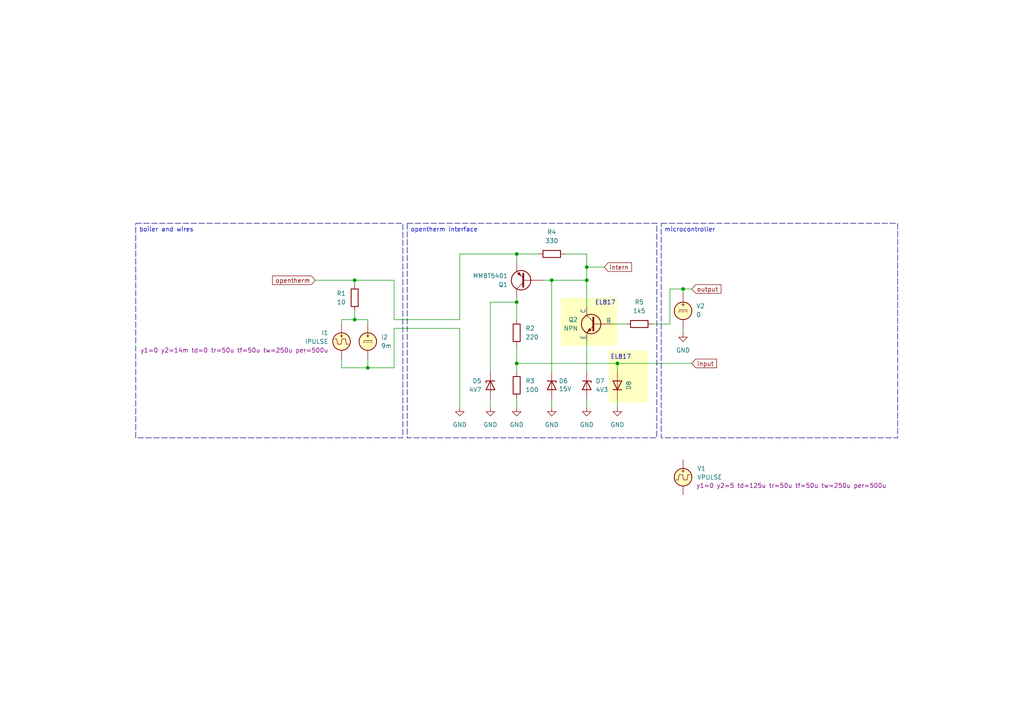
<source format=kicad_sch>
(kicad_sch (version 20231120) (generator "eeschema") (generator_version "8.0")
  (paper "A4")
  (lib_symbols
    (symbol "D_1" (pin_numbers hide) (pin_names (offset 1.016) hide)
      (property "Reference" "D" (at 0 2.54 0))
      (property "Value" "D" (at 0 -2.54 0))
      (symbol "D_1_0_1"
        (polyline (pts (xy -1.27 1.27) (xy -1.27 -1.27)) (stroke (width 0.254)))
        (polyline (pts (xy 1.27 0) (xy -1.27 0)))
        (polyline (pts (xy 1.27 1.27) (xy 1.27 -1.27) (xy -1.27 0) (xy 1.27 1.27)) (stroke (width 0.254)))
      )
      (symbol "D_1_1_1"
        (pin passive line (at -3.81 0 0) (length 2.54) (name "K") (number "1"))
        (pin passive line (at 3.81 0 180) (length 2.54) (name "A") (number "2"))
      )
    )
    (symbol "D_Zener_1" (pin_numbers hide) (pin_names (offset 1.016) hide)
      (property "Reference" "D" (at 0 2.54 0))
      (property "Value" "D_Zener" (at 0 -2.54 0))
      (symbol "D_Zener_1_0_1"
        (polyline (pts (xy 1.27 0) (xy -1.27 0)))
        (polyline (pts (xy -1.27 -1.27) (xy -1.27 1.27) (xy -0.762 1.27)) (stroke (width 0.254)))
        (polyline (pts (xy 1.27 -1.27) (xy 1.27 1.27) (xy -1.27 0) (xy 1.27 -1.27)) (stroke (width 0.254)))
      )
      (symbol "D_Zener_1_1_1"
        (pin passive line (at -3.81 0 0) (length 2.54) (name "K") (number "1"))
        (pin passive line (at 3.81 0 180) (length 2.54) (name "A") (number "2"))
      )
    )
    (symbol "D_Zener_2" (pin_numbers hide) (pin_names (offset 1.016) hide)
      (property "Reference" "D" (at 0 2.54 0))
      (property "Value" "D_Zener" (at 0 -2.54 0))
      (symbol "D_Zener_2_0_1"
        (polyline (pts (xy 1.27 0) (xy -1.27 0)))
        (polyline (pts (xy -1.27 -1.27) (xy -1.27 1.27) (xy -0.762 1.27)) (stroke (width 0.254)))
        (polyline (pts (xy 1.27 -1.27) (xy 1.27 1.27) (xy -1.27 0) (xy 1.27 -1.27)) (stroke (width 0.254)))
      )
      (symbol "D_Zener_2_1_1"
        (pin passive line (at -3.81 0 0) (length 2.54) (name "K") (number "1"))
        (pin passive line (at 3.81 0 180) (length 2.54) (name "A") (number "2"))
      )
    )
    (symbol "Device:D_Zener" (pin_numbers hide) (pin_names (offset 1.016) hide)
      (property "Reference" "D" (at 0 2.54 0))
      (property "Value" "D_Zener" (at 0 -2.54 0))
      (symbol "D_Zener_0_1"
        (polyline (pts (xy 1.27 0) (xy -1.27 0)))
        (polyline (pts (xy -1.27 -1.27) (xy -1.27 1.27) (xy -0.762 1.27)) (stroke (width 0.254)))
        (polyline (pts (xy 1.27 -1.27) (xy 1.27 1.27) (xy -1.27 0) (xy 1.27 -1.27)) (stroke (width 0.254)))
      )
      (symbol "D_Zener_1_1"
        (pin passive line (at -3.81 0 0) (length 2.54) (name "K") (number "1"))
        (pin passive line (at 3.81 0 180) (length 2.54) (name "A") (number "2"))
      )
    )
    (symbol "Device:Q_PNP_BCE" (pin_numbers hide) (pin_names (offset 0) hide)
      (property "Reference" "Q" (at 5.08 1.27 0))
      (property "Value" "Q_PNP_BCE" (at 5.08 -1.27 0))
      (symbol "Q_PNP_BCE_0_1"
        (polyline (pts (xy 0.635 0.635) (xy 2.54 2.54)))
        (polyline (pts (xy 0.635 -0.635) (xy 2.54 -2.54) (xy 2.54 -2.54)))
        (polyline (pts (xy 0.635 1.905) (xy 0.635 -1.905) (xy 0.635 -1.905)) (stroke (width 0.508)))
        (polyline (pts (xy 2.286 -1.778) (xy 1.778 -2.286) (xy 1.27 -1.27) (xy 2.286 -1.778) (xy 2.286 -1.778)) (fill (type outline)))
        (circle (center 1.27 0) (radius 2.8194) (stroke (width 0.254)))
      )
      (symbol "Q_PNP_BCE_1_1"
        (pin input line (at -5.08 0 0) (length 5.715) (name "B") (number "1"))
        (pin passive line (at 2.54 5.08 270) (length 2.54) (name "C") (number "2"))
        (pin passive line (at 2.54 -5.08 90) (length 2.54) (name "E") (number "3"))
      )
    )
    (symbol "Device:R" (pin_numbers hide) (pin_names (offset 0))
      (property "Reference" "R" (at 2.032 0 90))
      (property "Value" "R" (at 0 0 90))
      (symbol "R_0_1"
        (rectangle (start -1.016 -2.54) (end 1.016 2.54) (stroke (width 0.254)))
      )
      (symbol "R_1_1"
        (pin passive line (at 0 3.81 270) (length 1.27) (name "~") (number "1"))
        (pin passive line (at 0 -3.81 90) (length 1.27) (name "~") (number "2"))
      )
    )
    (symbol "Simulation_SPICE:IDC" (pin_numbers hide) (pin_names (offset 0.0254))
      (property "Reference" "I" (at 2.54 2.54 0))
      (property "Value" "1" (at 2.54 0 0))
      (symbol "IDC_0_0"
        (polyline (pts (xy -1.27 0.254) (xy 1.27 0.254)))
        (polyline (pts (xy -0.762 -0.254) (xy -1.27 -0.254)))
        (polyline (pts (xy 0.254 -0.254) (xy -0.254 -0.254)))
        (polyline (pts (xy 1.27 -0.254) (xy 0.762 -0.254)))
      )
      (symbol "IDC_0_1"
        (polyline (pts (xy 0 1.27) (xy 0 2.286)))
        (polyline (pts (xy -0.254 1.778) (xy 0 1.27) (xy 0.254 1.778)))
        (circle (center 0 0) (radius 2.54) (stroke (width 0.254)) (fill (type background)))
      )
      (symbol "IDC_1_1"
        (pin passive line (at 0 5.08 270) (length 2.54) (name "~") (number "1"))
        (pin passive line (at 0 -5.08 90) (length 2.54) (name "~") (number "2"))
      )
    )
    (symbol "Simulation_SPICE:IPULSE" (pin_numbers hide) (pin_names (offset 0.0254))
      (property "Reference" "I" (at 2.54 2.54 0))
      (property "Value" "IPULSE" (at 2.54 0 0))
      (property "Sim.Params" "y1=0 y2=1 td=2n tr=2n tf=2n tw=50n per=100n" (at 2.54 -2.54 0))
      (symbol "IPULSE_0_0"
        (polyline (pts (xy -2.032 -0.762) (xy -1.397 -0.762) (xy -1.143 0.762) (xy -0.127 0.762) (xy 0.127 -0.762) (xy 1.143 -0.762) (xy 1.397 0.762) (xy 2.032 0.762)))
      )
      (symbol "IPULSE_0_1"
        (polyline (pts (xy 0 1.27) (xy 0 2.286)))
        (polyline (pts (xy -0.254 1.778) (xy 0 1.27) (xy 0.254 1.778)))
        (circle (center 0 0) (radius 2.54) (stroke (width 0.254)) (fill (type background)))
      )
      (symbol "IPULSE_1_1"
        (pin passive line (at 0 5.08 270) (length 2.54) (name "~") (number "1"))
        (pin passive line (at 0 -5.08 90) (length 2.54) (name "~") (number "2"))
      )
    )
    (symbol "Simulation_SPICE:NPN" (pin_numbers hide) (pin_names (offset 0))
      (property "Reference" "Q" (at -2.54 7.62 0))
      (property "Value" "NPN" (at -2.54 5.08 0))
      (symbol "NPN_0_1"
        (polyline (pts (xy -2.54 0) (xy 0.635 0)) (stroke (width 0.1524)))
        (polyline (pts (xy 0.635 0.635) (xy 2.54 2.54)))
        (polyline (pts (xy 2.794 -1.27) (xy 2.794 -1.27)) (stroke (width 0.1524)))
        (polyline (pts (xy 2.794 -1.27) (xy 2.794 -1.27)) (stroke (width 0.1524)))
        (polyline (pts (xy 0.635 -0.635) (xy 2.54 -2.54) (xy 2.54 -2.54)))
        (polyline (pts (xy 0.635 1.905) (xy 0.635 -1.905) (xy 0.635 -1.905)) (stroke (width 0.508)))
        (polyline (pts (xy 1.27 -1.778) (xy 1.778 -1.27) (xy 2.286 -2.286) (xy 1.27 -1.778) (xy 1.27 -1.778)) (fill (type outline)))
        (circle (center 1.27 0) (radius 2.8194) (stroke (width 0.254)))
      )
      (symbol "NPN_1_1"
        (pin open_collector line (at 2.54 5.08 270) (length 2.54) (name "C") (number "1"))
        (pin input line (at -5.08 0 0) (length 2.54) (name "B") (number "2"))
        (pin open_emitter line (at 2.54 -5.08 90) (length 2.54) (name "E") (number "3"))
      )
    )
    (symbol "Simulation_SPICE:VDC" (pin_numbers hide) (pin_names (offset 0.0254))
      (property "Reference" "V" (at 2.54 2.54 0))
      (property "Value" "1" (at 2.54 0 0))
      (symbol "VDC_0_0"
        (polyline (pts (xy -1.27 0.254) (xy 1.27 0.254)))
        (polyline (pts (xy -0.762 -0.254) (xy -1.27 -0.254)))
        (polyline (pts (xy 0.254 -0.254) (xy -0.254 -0.254)))
        (polyline (pts (xy 1.27 -0.254) (xy 0.762 -0.254)))
        (text "+" (at 0 1.905 0) (effects (font (size 1.27 1.27))))
      )
      (symbol "VDC_0_1"
        (circle (center 0 0) (radius 2.54) (stroke (width 0.254)) (fill (type background)))
      )
      (symbol "VDC_1_1"
        (pin passive line (at 0 5.08 270) (length 2.54) (name "~") (number "1"))
        (pin passive line (at 0 -5.08 90) (length 2.54) (name "~") (number "2"))
      )
    )
    (symbol "Simulation_SPICE:VPULSE" (pin_numbers hide) (pin_names (offset 0.0254))
      (property "Reference" "V" (at 2.54 2.54 0))
      (property "Value" "VPULSE" (at 2.54 0 0))
      (property "Sim.Params" "y1=0 y2=1 td=2n tr=2n tf=2n tw=50n per=100n" (at 2.54 -2.54 0))
      (symbol "VPULSE_0_0"
        (polyline (pts (xy -2.032 -0.762) (xy -1.397 -0.762) (xy -1.143 0.762) (xy -0.127 0.762) (xy 0.127 -0.762) (xy 1.143 -0.762) (xy 1.397 0.762) (xy 2.032 0.762)))
        (text "+" (at 0 1.905 0) (effects (font (size 1.27 1.27))))
      )
      (symbol "VPULSE_0_1"
        (circle (center 0 0) (radius 2.54) (stroke (width 0.254)) (fill (type background)))
      )
      (symbol "VPULSE_1_1"
        (pin passive line (at 0 5.08 270) (length 2.54) (name "~") (number "1"))
        (pin passive line (at 0 -5.08 90) (length 2.54) (name "~") (number "2"))
      )
    )
    (symbol "power:GND" (power) (pin_numbers hide) (pin_names (offset 0) hide)
      (property "Value" "GND" (at 0 -3.81 0))
      (symbol "GND_0_1"
        (polyline (pts (xy 0 0) (xy 0 -1.27) (xy 1.27 -1.27) (xy 0 -2.54) (xy -1.27 -1.27) (xy 0 -1.27)))
      )
      (symbol "GND_1_1"
        (pin power_in line (at 0 0 270) (length 0) (name "~") (number "1"))
      )
    )
  )
  (junction (at 170.18 77.47))
  (junction (at 106.68 106.68))
  (junction (at 102.87 92.71))
  (junction (at 198.12 83.82))
  (junction (at 149.86 105.41))
  (junction (at 179.07 105.41))
  (junction (at 102.87 81.28))
  (junction (at 149.86 87.63))
  (junction (at 170.18 81.28))
  (junction (at 149.86 73.66))
  (junction (at 160.02 81.28))
  (wire (pts (xy 170.18 77.47) (xy 175.26 77.47)))
  (wire (pts (xy 157.48 81.28) (xy 160.02 81.28)))
  (wire (pts (xy 149.86 100.33) (xy 149.86 105.41)))
  (wire (pts (xy 149.86 73.66) (xy 149.86 76.2)))
  (wire (pts (xy 114.3 81.28) (xy 114.3 92.71)))
  (wire (pts (xy 133.35 73.66) (xy 133.35 92.71)))
  (wire (pts (xy 194.31 83.82) (xy 198.12 83.82)))
  (wire (pts (xy 149.86 87.63) (xy 149.86 92.71)))
  (wire (pts (xy 99.06 93.98) (xy 99.06 92.71)))
  (wire (pts (xy 170.18 77.47) (xy 170.18 73.66)))
  (wire (pts (xy 198.12 95.25) (xy 198.12 96.52)))
  (wire (pts (xy 149.86 115.57) (xy 149.86 118.11)))
  (wire (pts (xy 170.18 99.06) (xy 170.18 107.95)))
  (wire (pts (xy 160.02 81.28) (xy 160.02 107.95)))
  (wire (pts (xy 163.83 73.66) (xy 170.18 73.66)))
  (wire (pts (xy 149.86 87.63) (xy 142.24 87.63)))
  (wire (pts (xy 114.3 95.25) (xy 133.35 95.25)))
  (wire (pts (xy 133.35 73.66) (xy 149.86 73.66)))
  (wire (pts (xy 149.86 86.36) (xy 149.86 87.63)))
  (wire (pts (xy 149.86 73.66) (xy 156.21 73.66)))
  (wire (pts (xy 91.44 81.28) (xy 102.87 81.28)))
  (wire (pts (xy 114.3 92.71) (xy 133.35 92.71)))
  (wire (pts (xy 99.06 104.14) (xy 99.06 106.68)))
  (wire (pts (xy 177.8 93.98) (xy 181.61 93.98)))
  (wire (pts (xy 179.07 115.57) (xy 179.07 118.11)))
  (wire (pts (xy 102.87 90.17) (xy 102.87 92.71)))
  (wire (pts (xy 194.31 93.98) (xy 189.23 93.98)))
  (wire (pts (xy 99.06 106.68) (xy 106.68 106.68)))
  (wire (pts (xy 179.07 105.41) (xy 200.66 105.41)))
  (wire (pts (xy 106.68 106.68) (xy 106.68 104.14)))
  (wire (pts (xy 114.3 106.68) (xy 114.3 95.25)))
  (wire (pts (xy 170.18 115.57) (xy 170.18 118.11)))
  (wire (pts (xy 142.24 87.63) (xy 142.24 107.95)))
  (wire (pts (xy 179.07 105.41) (xy 179.07 107.95)))
  (wire (pts (xy 102.87 81.28) (xy 102.87 82.55)))
  (wire (pts (xy 160.02 81.28) (xy 170.18 81.28)))
  (wire (pts (xy 142.24 115.57) (xy 142.24 118.11)))
  (wire (pts (xy 133.35 95.25) (xy 133.35 118.11)))
  (wire (pts (xy 106.68 106.68) (xy 114.3 106.68)))
  (wire (pts (xy 170.18 81.28) (xy 170.18 88.9)))
  (wire (pts (xy 99.06 92.71) (xy 102.87 92.71)))
  (wire (pts (xy 102.87 92.71) (xy 106.68 92.71)))
  (wire (pts (xy 160.02 115.57) (xy 160.02 118.11)))
  (wire (pts (xy 149.86 105.41) (xy 149.86 107.95)))
  (wire (pts (xy 102.87 81.28) (xy 114.3 81.28)))
  (wire (pts (xy 106.68 92.71) (xy 106.68 93.98)))
  (wire (pts (xy 198.12 83.82) (xy 200.66 83.82)))
  (wire (pts (xy 170.18 81.28) (xy 170.18 77.47)))
  (wire (pts (xy 194.31 83.82) (xy 194.31 93.98)))
  (wire (pts (xy 198.12 83.82) (xy 198.12 85.09)))
  (wire (pts (xy 149.86 105.41) (xy 179.07 105.41)))
  (rectangle (start 162.56 86.36) (end 179.07 100.33) (stroke (width -0.0001) (color 194 194 194 1)) (fill (type color) (color 255 255 194 1)))
  (rectangle (start 176.53 101.6) (end 187.96 116.84) (stroke (width -0.0001) (color 194 194 194 1)) (fill (type color) (color 255 255 194 1)))
  (text_box "boiler and wires" (at 39.37 64.77 0) (size 77.47 62.23) (stroke (width 0) (type dash) (color 0 0 132 1)) (effects (font (size 1.27 1.27)) (justify left top)))
  (text_box "opentherm interface" (at 118.11 64.77 0) (size 72.39 62.23) (stroke (width 0) (type dash) (color 0 0 132 1)) (effects (font (size 1.27 1.27)) (justify left top)))
  (text_box "microcontroller" (at 191.77 64.77 0) (size 68.58 62.23) (stroke (width 0) (type dash) (color 0 0 132 1)) (effects (font (size 1.27 1.27)) (justify left top)))
  (text "EL817" (at 178.562 87.884 0) (effects (font (size 1.27 1.27)) (justify right)))
  (text "EL817" (at 180.086 103.632 0) (effects (font (size 1.27 1.27))))
  (global_label "output" (shape input) (at 200.66 83.82 0) (property "Intersheetrefs" "${INTERSHEET_REFS}" (effects (hide yes))))
  (global_label "intern" (shape input) (at 175.26 77.47 0) (property "Intersheetrefs" "${INTERSHEET_REFS}" (effects (hide yes))))
  (global_label "opentherm" (shape input) (at 91.44 81.28 180) (property "Intersheetrefs" "${INTERSHEET_REFS}" (effects (hide yes))))
  (global_label "input" (shape input) (at 200.66 105.41 0) (property "Intersheetrefs" "${INTERSHEET_REFS}" (effects (hide yes))))
  (symbol (lib_id "power:GND") (at 160.02 118.11 0) (unit 1)
    (property "Reference" "#PWR04" (effects (hide yes)))
    (property "Value" "GND" (at 160.02 123.19 0))
    (property "Description" "Power symbol creates a global label with name \"GND\" , ground" (effects (hide yes)))
  )
  (symbol (lib_id "Device:R") (at 149.86 111.76 0) (unit 1)
    (property "Reference" "R3" (at 152.4 110.4899 0) (effects (justify left)))
    (property "Value" "100" (at 152.4 113.0299 0) (effects (justify left)))
    (property "Description" "Resistor" (effects (hide yes)))
  )
  (symbol (lib_id "Device:R") (at 160.02 73.66 270) (unit 1)
    (property "Reference" "R4" (at 160.02 67.31 90))
    (property "Value" "330" (at 160.02 69.85 90))
    (property "Description" "Resistor" (effects (hide yes)))
  )
  (symbol (lib_id "Simulation_SPICE:VPULSE") (at 198.12 138.43 0) (unit 1) (exclude_from_sim yes)
    (property "Reference" "V1" (at 202.184 135.89 0) (effects (justify left)))
    (property "Value" "VPULSE" (at 202.184 138.43 0) (effects (justify left)))
    (property "Datasheet" "https://ngspice.sourceforge.io/docs/ngspice-html-manual/manual.xhtml#sec_Independent_Sources_for" (effects (hide yes)))
    (property "Description" "Voltage source, pulse" (effects (hide yes)))
    (property "Sim.Pins" "1=+ 2=-" (effects (hide yes)))
    (property "Sim.Type" "PULSE" (effects (hide yes)))
    (property "Sim.Device" "V" (effects (hide yes)))
    (property "Sim.Params" "y1=0 y2=5 td=125u tr=50u tf=50u tw=250u per=500u" (at 201.93 140.8401 0) (effects (justify left)))
  )
  (symbol (lib_id "Device:D_Zener") (at 142.24 111.76 90) (mirror x) (unit 1)
    (property "Reference" "D5" (at 139.7 110.4899 90) (effects (justify left)))
    (property "Value" "4V7" (at 139.7 113.0299 90) (effects (justify left)))
    (property "Description" "Zener diode" (effects (hide yes)))
    (property "Sim.Device" "D" (effects (hide yes)))
    (property "Sim.Pins" "1=K 2=A" (effects (hide yes)))
    (property "Sim.Params" "bv=4.7" (effects (hide yes)))
  )
  (symbol (lib_id "power:GND") (at 133.35 118.11 0) (unit 1)
    (property "Reference" "#PWR01" (effects (hide yes)))
    (property "Value" "GND" (at 133.35 123.19 0))
    (property "Description" "Power symbol creates a global label with name \"GND\" , ground" (effects (hide yes)))
  )
  (symbol (lib_id "Simulation_SPICE:NPN") (at 172.72 93.98 0) (mirror y) (unit 1)
    (property "Reference" "Q2" (at 167.64 92.7099 0) (effects (justify left)))
    (property "Value" "NPN" (at 167.64 95.2499 0) (effects (justify left)))
    (property "Datasheet" "https://ngspice.sourceforge.io/docs/ngspice-html-manual/manual.xhtml#cha_BJTs" (effects (hide yes)))
    (property "Description" "Bipolar transistor symbol for simulation only, substrate tied to the emitter" (effects (hide yes)))
    (property "Sim.Device" "NPN" (effects (hide yes)))
    (property "Sim.Type" "GUMMELPOON" (effects (hide yes)))
    (property "Sim.Pins" "1=C 2=B 3=E" (effects (hide yes)))
  )
  (symbol (lib_id "Device:Q_PNP_BCE") (at 152.4 81.28 180) (unit 1)
    (property "Reference" "Q1" (at 147.32 82.5501 0) (effects (justify left)))
    (property "Value" "MMBT5401" (at 147.32 80.0101 0) (effects (justify left)))
    (property "Description" "PNP transistor, base/collector/emitter" (effects (hide yes)))
    (property "Sim.Device" "PNP" (effects (hide yes)))
    (property "Sim.Type" "GUMMELPOON" (effects (hide yes)))
    (property "Sim.Pins" "1=B 2=C 3=E" (effects (hide yes)))
    (property "Sim.Params" "is=6.734e-14 bf=220 nf=1 vaf=60 ikf=0.1 br=8 nr=1 var=8 ikr=0.03 isc=1e-13 nc=2 rb=10 re=0.3 rc=0.3 cje=24p vje=0.75 mje=0.33 tf=200p xtf=2 vtf=2 itf=0.02 ptf=0 cjc=12p vjc=0.5 mjc=0.5 xcjc=0.5 tr=200n cjs=0 vjs=0.75 mjs=0.5" (effects (hide yes)))
  )
  (symbol (lib_id "Device:R") (at 185.42 93.98 270) (unit 1)
    (property "Reference" "R5" (at 185.42 87.63 90))
    (property "Value" "1k5" (at 185.42 90.17 90))
    (property "Description" "Resistor" (effects (hide yes)))
  )
  (symbol (lib_id "Device:R") (at 149.86 96.52 0) (unit 1)
    (property "Reference" "R2" (at 152.4 95.2499 0) (effects (justify left)))
    (property "Value" "220" (at 152.4 97.7899 0) (effects (justify left)))
    (property "Description" "Resistor" (effects (hide yes)))
  )
  (symbol (lib_id "power:GND") (at 142.24 118.11 0) (unit 1)
    (property "Reference" "#PWR02" (effects (hide yes)))
    (property "Value" "GND" (at 142.24 123.19 0))
    (property "Description" "Power symbol creates a global label with name \"GND\" , ground" (effects (hide yes)))
  )
  (symbol (lib_id "power:GND") (at 179.07 118.11 0) (unit 1)
    (property "Reference" "#PWR06" (effects (hide yes)))
    (property "Value" "GND" (at 179.07 123.19 0))
    (property "Description" "Power symbol creates a global label with name \"GND\" , ground" (effects (hide yes)))
  )
  (symbol (lib_name "D_1") (lib_id "Simulation_SPICE:D") (at 179.07 111.76 90) (unit 1) (exclude_from_sim yes)
    (property "Reference" "D8" (at 182.372 111.76 0))
    (property "Value" "D" (effects (hide yes)))
    (property "Datasheet" "https://ngspice.sourceforge.io/docs/ngspice-html-manual/manual.xhtml#cha_DIODEs" (effects (hide yes)))
    (property "Description" "Diode for simulation or PCB" (effects (hide yes)))
    (property "Sim.Device" "D" (effects (hide yes)))
    (property "Sim.Pins" "1=K 2=A" (effects (hide yes)))
    (property "Sim.Params" "rs=50m cjo=10p" (effects (hide yes)))
  )
  (symbol (lib_id "power:GND") (at 170.18 118.11 0) (unit 1)
    (property "Reference" "#PWR05" (effects (hide yes)))
    (property "Value" "GND" (at 170.18 123.19 0))
    (property "Description" "Power symbol creates a global label with name \"GND\" , ground" (effects (hide yes)))
  )
  (symbol (lib_name "D_Zener_2") (lib_id "Device:D_Zener") (at 160.02 111.76 270) (unit 1)
    (property "Reference" "D6" (at 162.052 110.49 90) (effects (justify left)))
    (property "Value" "15V" (at 162.052 112.776 90) (effects (justify left)))
    (property "Description" "Zener diode" (effects (hide yes)))
    (property "Sim.Device" "D" (effects (hide yes)))
    (property "Sim.Pins" "1=K 2=A" (effects (hide yes)))
    (property "Sim.Params" "bv=15" (effects (hide yes)))
  )
  (symbol (lib_id "power:GND") (at 149.86 118.11 0) (unit 1)
    (property "Reference" "#PWR03" (effects (hide yes)))
    (property "Value" "GND" (at 149.86 123.19 0))
    (property "Description" "Power symbol creates a global label with name \"GND\" , ground" (effects (hide yes)))
  )
  (symbol (lib_id "Simulation_SPICE:IDC") (at 106.68 99.06 0) (unit 1)
    (property "Reference" "I2" (at 110.49 97.7899 0) (effects (justify left)))
    (property "Value" "9m" (at 110.49 100.3299 0) (effects (justify left)))
    (property "Datasheet" "https://ngspice.sourceforge.io/docs/ngspice-html-manual/manual.xhtml#sec_Independent_Sources_for" (effects (hide yes)))
    (property "Description" "Current source, DC" (effects (hide yes)))
    (property "Sim.Pins" "1=+ 2=-" (effects (hide yes)))
    (property "Sim.Type" "DC" (effects (hide yes)))
    (property "Sim.Device" "I" (effects (hide yes)))
  )
  (symbol (lib_id "Simulation_SPICE:IPULSE") (at 99.06 99.06 0) (mirror y) (unit 1)
    (property "Reference" "I1" (at 95.25 96.5199 0) (effects (justify left)))
    (property "Value" "IPULSE" (at 95.25 99.0599 0) (effects (justify left)))
    (property "Datasheet" "https://ngspice.sourceforge.io/docs/ngspice-html-manual/manual.xhtml#sec_Independent_Sources_for" (effects (hide yes)))
    (property "Description" "Current source, pulse" (effects (hide yes)))
    (property "Sim.Pins" "1=+ 2=-" (effects (hide yes)))
    (property "Sim.Device" "I" (effects (hide yes)))
    (property "Sim.Type" "PULSE" (effects (hide yes)))
    (property "Sim.Params" "y1=0 y2=14m td=0 tr=50u tf=50u tw=250u per=500u" (at 95.25 101.5999 0) (effects (justify left)))
  )
  (symbol (lib_id "power:GND") (at 198.12 96.52 0) (unit 1)
    (property "Reference" "#PWR07" (effects (hide yes)))
    (property "Value" "GND" (at 198.12 101.6 0))
    (property "Description" "Power symbol creates a global label with name \"GND\" , ground" (effects (hide yes)))
  )
  (symbol (lib_name "D_Zener_1") (lib_id "Device:D_Zener") (at 170.18 111.76 270) (unit 1)
    (property "Reference" "D7" (at 172.72 110.4899 90) (effects (justify left)))
    (property "Value" "4V3" (at 172.72 113.0299 90) (effects (justify left)))
    (property "Description" "Zener diode" (effects (hide yes)))
    (property "Sim.Device" "D" (effects (hide yes)))
    (property "Sim.Pins" "1=K 2=A" (effects (hide yes)))
    (property "Sim.Params" "bv=4.3" (effects (hide yes)))
  )
  (symbol (lib_id "Simulation_SPICE:VDC") (at 198.12 90.17 0) (unit 1)
    (property "Reference" "V2" (at 201.93 88.7701 0) (effects (justify left)))
    (property "Value" "0" (at 201.93 91.3101 0) (effects (justify left)))
    (property "Datasheet" "https://ngspice.sourceforge.io/docs/ngspice-html-manual/manual.xhtml#sec_Independent_Sources_for" (effects (hide yes)))
    (property "Description" "Voltage source, DC" (effects (hide yes)))
    (property "Sim.Pins" "1=+ 2=-" (effects (hide yes)))
    (property "Sim.Type" "DC" (effects (hide yes)))
    (property "Sim.Device" "V" (effects (hide yes)))
  )
  (symbol (lib_id "Device:R") (at 102.87 86.36 0) (mirror y) (unit 1)
    (property "Reference" "R1" (at 100.33 85.0899 0) (effects (justify left)))
    (property "Value" "10" (at 100.33 87.6299 0) (effects (justify left)))
    (property "Description" "Resistor" (effects (hide yes)))
  )
)
</source>
